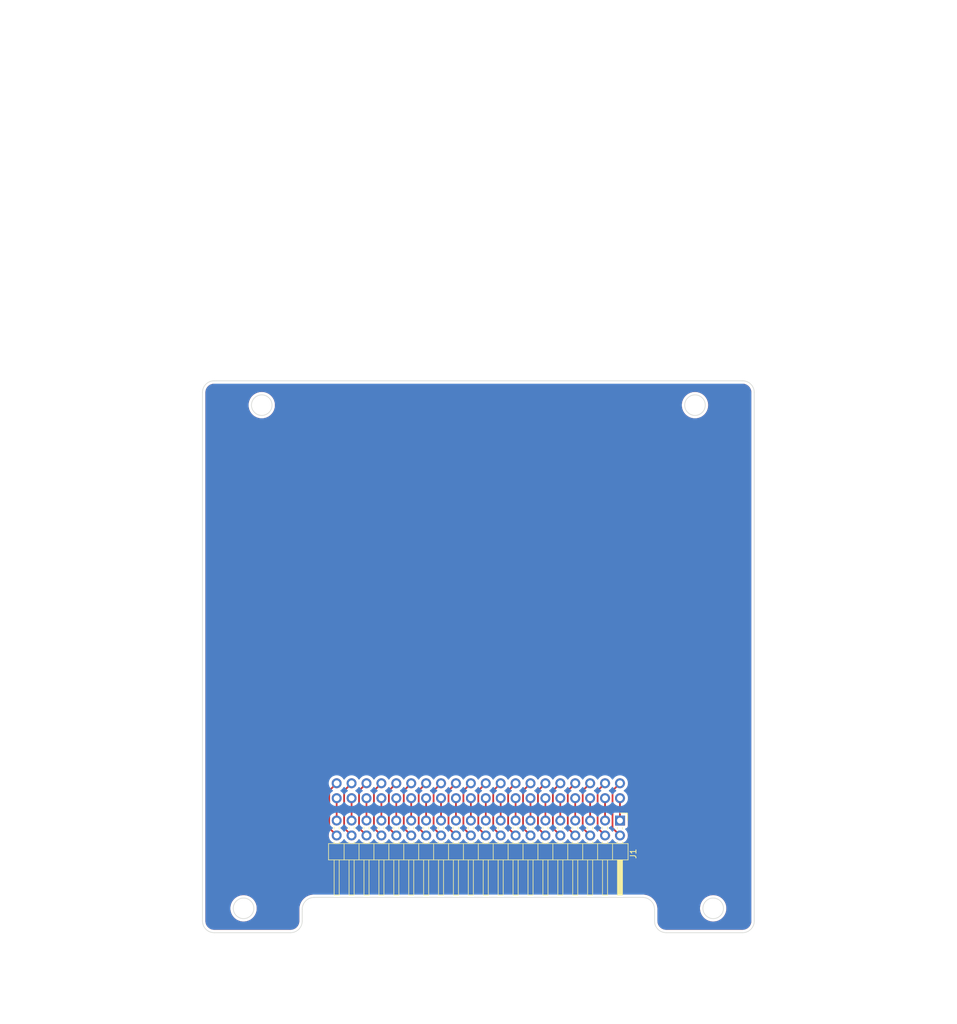
<source format=kicad_pcb>
(kicad_pcb (version 20241229) (generator "pcbnew") (generator_version "9.0")
  (layers (0 "F.Cu" signal) (2 "B.Cu" signal) (13 "F.Paste" user) (15 "B.Paste" user) (5 "F.SilkS" user "F.Silkscreen") (7 "B.SilkS" user "B.Silkscreen") (1 "F.Mask" user) (3 "B.Mask" user) (25 "Edge.Cuts" user))
  (net 0 "")
  (net 1 "unconnected-(J1-Pin_26-Pad26)")
  (net 2 "unconnected-(J1-Pin_18-Pad18)")
  (net 3 "unconnected-(J1-Pin_13-Pad13)")
  (net 4 "unconnected-(J1-Pin_14-Pad14)")
  (net 5 "unconnected-(J1-Pin_17-Pad17)")
  (net 6 "unconnected-(J1-Pin_38-Pad38)")
  (net 7 "unconnected-(J1-Pin_32-Pad32)")
  (net 8 "unconnected-(J1-Pin_33-Pad33)")
  (net 9 "unconnected-(J1-Pin_11-Pad11)")
  (net 10 "unconnected-(J1-Pin_1-Pad1)")
  (net 11 "unconnected-(J1-Pin_37-Pad37)")
  (net 12 "unconnected-(J1-Pin_6-Pad6)")
  (net 13 "unconnected-(J1-Pin_16-Pad16)")
  (net 14 "unconnected-(J1-Pin_28-Pad28)")
  (net 15 "unconnected-(J1-Pin_40-Pad40)")
  (net 16 "unconnected-(J1-Pin_31-Pad31)")
  (net 17 "unconnected-(J1-Pin_25-Pad25)")
  (net 18 "unconnected-(J1-Pin_20-Pad20)")
  (net 19 "unconnected-(J1-Pin_10-Pad10)")
  (net 20 "unconnected-(J1-Pin_12-Pad12)")
  (net 21 "unconnected-(J1-Pin_9-Pad9)")
  (net 22 "unconnected-(J1-Pin_35-Pad35)")
  (net 23 "unconnected-(J1-Pin_4-Pad4)")
  (net 24 "unconnected-(J1-Pin_36-Pad36)")
  (net 25 "unconnected-(J1-Pin_27-Pad27)")
  (net 26 "unconnected-(J1-Pin_5-Pad5)")
  (net 27 "unconnected-(J1-Pin_3-Pad3)")
  (net 28 "unconnected-(J1-Pin_8-Pad8)")
  (net 29 "unconnected-(J1-Pin_22-Pad22)")
  (net 30 "unconnected-(J1-Pin_21-Pad21)")
  (net 31 "unconnected-(J1-Pin_2-Pad2)")
  (net 32 "unconnected-(J1-Pin_23-Pad23)")
  (net 33 "unconnected-(J1-Pin_29-Pad29)")
  (net 34 "unconnected-(J1-Pin_34-Pad34)")
  (net 35 "unconnected-(J1-Pin_30-Pad30)")
  (net 36 "unconnected-(J1-Pin_15-Pad15)")
  (net 37 "unconnected-(J1-Pin_39-Pad39)")
  (net 38 "unconnected-(J1-Pin_7-Pad7)")
  (net 39 "unconnected-(J1-Pin_24-Pad24)")
  (net 40 "unconnected-(J1-Pin_19-Pad19)")
  (net 41 "gnd")
  (footprint "Connector_PinHeader_2.54mm:PinHeader_2x20_P2.54mm_Horizontal" (layer "F.Cu") (at 198.12 107.95 -90)
    (property "Reference" "J1" (at 5.655 -2.27 90) (layer "F.SilkS"))
    (property "Value" "Conn_02x20_Odd_Even")
    (fp_line (start 3.93 49.64) (end 6.69 49.64) (stroke (width 0.12)) (layer "F.SilkS"))
    (fp_line (start 6.69 49.64) (end 6.69 -1.38) (stroke (width 0.12)) (layer "F.SilkS"))
    (fp_line (start 1.077358 48.69) (end 1.462642 48.69) (stroke (width 0.12)) (layer "F.SilkS"))
    (fp_line (start 3.617358 48.69) (end 3.93 48.69) (stroke (width 0.12)) (layer "F.SilkS"))
    (fp_line (start 12.69 48.69) (end 6.69 48.69) (stroke (width 0.12)) (layer "F.SilkS"))
    (fp_line (start 1.077358 47.83) (end 1.462642 47.83) (stroke (width 0.12)) (layer "F.SilkS"))
    (fp_line (start 3.617358 47.83) (end 3.93 47.83) (stroke (width 0.12)) (layer "F.SilkS"))
    (fp_line (start 6.69 47.83) (end 12.69 47.83) (stroke (width 0.12)) (layer "F.SilkS"))
    (fp_line (start 12.69 47.83) (end 12.69 48.69) (stroke (width 0.12)) (layer "F.SilkS"))
    (fp_line (start 3.93 46.99) (end 6.69 46.99) (stroke (width 0.12)) (layer "F.SilkS"))
    (fp_line (start 1.077358 46.15) (end 1.462642 46.15) (stroke (width 0.12)) (layer "F.SilkS"))
    (fp_line (start 3.617358 46.15) (end 3.93 46.15) (stroke (width 0.12)) (layer "F.SilkS"))
    (fp_line (start 12.69 46.15) (end 6.69 46.15) (stroke (width 0.12)) (layer "F.SilkS"))
    (fp_line (start 1.077358 45.29) (end 1.462642 45.29) (stroke (width 0.12)) (layer "F.SilkS"))
    (fp_line (start 3.617358 45.29) (end 3.93 45.29) (stroke (width 0.12)) (layer "F.SilkS"))
    (fp_line (start 6.69 45.29) (end 12.69 45.29) (stroke (width 0.12)) (layer "F.SilkS"))
    (fp_line (start 12.69 45.29) (end 12.69 46.15) (stroke (width 0.12)) (layer "F.SilkS"))
    (fp_line (start 3.93 44.45) (end 6.69 44.45) (stroke (width 0.12)) (layer "F.SilkS"))
    (fp_line (start 1.077358 43.61) (end 1.462642 43.61) (stroke (width 0.12)) (layer "F.SilkS"))
    (fp_line (start 3.617358 43.61) (end 3.93 43.61) (stroke (width 0.12)) (layer "F.SilkS"))
    (fp_line (start 12.69 43.61) (end 6.69 43.61) (stroke (width 0.12)) (layer "F.SilkS"))
    (fp_line (start 1.077358 42.75) (end 1.462642 42.75) (stroke (width 0.12)) (layer "F.SilkS"))
    (fp_line (start 3.617358 42.75) (end 3.93 42.75) (stroke (width 0.12)) (layer "F.SilkS"))
    (fp_line (start 6.69 42.75) (end 12.69 42.75) (stroke (width 0.12)) (layer "F.SilkS"))
    (fp_line (start 12.69 42.75) (end 12.69 43.61) (stroke (width 0.12)) (layer "F.SilkS"))
    (fp_line (start 3.93 41.91) (end 6.69 41.91) (stroke (width 0.12)) (layer "F.SilkS"))
    (fp_line (start 1.077358 41.07) (end 1.462642 41.07) (stroke (width 0.12)) (layer "F.SilkS"))
    (fp_line (start 3.617358 41.07) (end 3.93 41.07) (stroke (width 0.12)) (layer "F.SilkS"))
    (fp_line (start 12.69 41.07) (end 6.69 41.07) (stroke (width 0.12)) (layer "F.SilkS"))
    (fp_line (start 1.077358 40.21) (end 1.462642 40.21) (stroke (width 0.12)) (layer "F.SilkS"))
    (fp_line (start 3.617358 40.21) (end 3.93 40.21) (stroke (width 0.12)) (layer "F.SilkS"))
    (fp_line (start 6.69 40.21) (end 12.69 40.21) (stroke (width 0.12)) (layer "F.SilkS"))
    (fp_line (start 12.69 40.21) (end 12.69 41.07) (stroke (width 0.12)) (layer "F.SilkS"))
    (fp_line (start 3.93 39.37) (end 6.69 39.37) (stroke (width 0.12)) (layer "F.SilkS"))
    (fp_line (start 1.077358 38.53) (end 1.462642 38.53) (stroke (width 0.12)) (layer "F.SilkS"))
    (fp_line (start 3.617358 38.53) (end 3.93 38.53) (stroke (width 0.12)) (layer "F.SilkS"))
    (fp_line (start 12.69 38.53) (end 6.69 38.53) (stroke (width 0.12)) (layer "F.SilkS"))
    (fp_line (start 1.077358 37.67) (end 1.462642 37.67) (stroke (width 0.12)) (layer "F.SilkS"))
    (fp_line (start 3.617358 37.67) (end 3.93 37.67) (stroke (width 0.12)) (layer "F.SilkS"))
    (fp_line (start 6.69 37.67) (end 12.69 37.67) (stroke (width 0.12)) (layer "F.SilkS"))
    (fp_line (start 12.69 37.67) (end 12.69 38.53) (stroke (width 0.12)) (layer "F.SilkS"))
    (fp_line (start 3.93 36.83) (end 6.69 36.83) (stroke (width 0.12)) (layer "F.SilkS"))
    (fp_line (start 1.077358 35.99) (end 1.462642 35.99) (stroke (width 0.12)) (layer "F.SilkS"))
    (fp_line (start 3.617358 35.99) (end 3.93 35.99) (stroke (width 0.12)) (layer "F.SilkS"))
    (fp_line (start 12.69 35.99) (end 6.69 35.99) (stroke (width 0.12)) (layer "F.SilkS"))
    (fp_line (start 1.077358 35.13) (end 1.462642 35.13) (stroke (width 0.12)) (layer "F.SilkS"))
    (fp_line (start 3.617358 35.13) (end 3.93 35.13) (stroke (width 0.12)) (layer "F.SilkS"))
    (fp_line (start 6.69 35.13) (end 12.69 35.13) (stroke (width 0.12)) (layer "F.SilkS"))
    (fp_line (start 12.69 35.13) (end 12.69 35.99) (stroke (width 0.12)) (layer "F.SilkS"))
    (fp_line (start 3.93 34.29) (end 6.69 34.29) (stroke (width 0.12)) (layer "F.SilkS"))
    (fp_line (start 1.077358 33.45) (end 1.462642 33.45) (stroke (width 0.12)) (layer "F.SilkS"))
    (fp_line (start 3.617358 33.45) (end 3.93 33.45) (stroke (width 0.12)) (layer "F.SilkS"))
    (fp_line (start 12.69 33.45) (end 6.69 33.45) (stroke (width 0.12)) (layer "F.SilkS"))
    (fp_line (start 1.077358 32.59) (end 1.462642 32.59) (stroke (width 0.12)) (layer "F.SilkS"))
    (fp_line (start 3.617358 32.59) (end 3.93 32.59) (stroke (width 0.12)) (layer "F.SilkS"))
    (fp_line (start 6.69 32.59) (end 12.69 32.59) (stroke (width 0.12)) (layer "F.SilkS"))
    (fp_line (start 12.69 32.59) (end 12.69 33.45) (stroke (width 0.12)) (layer "F.SilkS"))
    (fp_line (start 3.93 31.75) (end 6.69 31.75) (stroke (width 0.12)) (layer "F.SilkS"))
    (fp_line (start 1.077358 30.91) (end 1.462642 30.91) (stroke (width 0.12)) (layer "F.SilkS"))
    (fp_line (start 3.617358 30.91) (end 3.93 30.91) (stroke (width 0.12)) (layer "F.SilkS"))
    (fp_line (start 12.69 30.91) (end 6.69 30.91) (stroke (width 0.12)) (layer "F.SilkS"))
    (fp_line (start 1.077358 30.05) (end 1.462642 30.05) (stroke (width 0.12)) (layer "F.SilkS"))
    (fp_line (start 3.617358 30.05) (end 3.93 30.05) (stroke (width 0.12)) (layer "F.SilkS"))
    (fp_line (start 6.69 30.05) (end 12.69 30.05) (stroke (width 0.12)) (layer "F.SilkS"))
    (fp_line (start 12.69 30.05) (end 12.69 30.91) (stroke (width 0.12)) (layer "F.SilkS"))
    (fp_line (start 3.93 29.21) (end 6.69 29.21) (stroke (width 0.12)) (layer "F.SilkS"))
    (fp_line (start 1.077358 28.37) (end 1.462642 28.37) (stroke (width 0.12)) (layer "F.SilkS"))
    (fp_line (start 3.617358 28.37) (end 3.93 28.37) (stroke (width 0.12)) (layer "F.SilkS"))
    (fp_line (start 12.69 28.37) (end 6.69 28.37) (stroke (width 0.12)) (layer "F.SilkS"))
    (fp_line (start 1.077358 27.51) (end 1.462642 27.51) (stroke (width 0.12)) (layer "F.SilkS"))
    (fp_line (start 3.617358 27.51) (end 3.93 27.51) (stroke (width 0.12)) (layer "F.SilkS"))
    (fp_line (start 6.69 27.51) (end 12.69 27.51) (stroke (width 0.12)) (layer "F.SilkS"))
    (fp_line (start 12.69 27.51) (end 12.69 28.37) (stroke (width 0.12)) (layer "F.SilkS"))
    (fp_line (start 3.93 26.67) (end 6.69 26.67) (stroke (width 0.12)) (layer "F.SilkS"))
    (fp_line (start 1.077358 25.83) (end 1.462642 25.83) (stroke (width 0.12)) (layer "F.SilkS"))
    (fp_line (start 3.617358 25.83) (end 3.93 25.83) (stroke (width 0.12)) (layer "F.SilkS"))
    (fp_line (start 12.69 25.83) (end 6.69 25.83) (stroke (width 0.12)) (layer "F.SilkS"))
    (fp_line (start 1.077358 24.97) (end 1.462642 24.97) (stroke (width 0.12)) (layer "F.SilkS"))
    (fp_line (start 3.617358 24.97) (end 3.93 24.97) (stroke (width 0.12)) (layer "F.SilkS"))
    (fp_line (start 6.69 24.97) (end 12.69 24.97) (stroke (width 0.12)) (layer "F.SilkS"))
    (fp_line (start 12.69 24.97) (end 12.69 25.83) (stroke (width 0.12)) (layer "F.SilkS"))
    (fp_line (start 3.93 24.13) (end 6.69 24.13) (stroke (width 0.12)) (layer "F.SilkS"))
    (fp_line (start 1.077358 23.29) (end 1.462642 23.29) (stroke (width 0.12)) (layer "F.SilkS"))
    (fp_line (start 3.617358 23.29) (end 3.93 23.29) (stroke (width 0.12)) (layer "F.SilkS"))
    (fp_line (start 12.69 23.29) (end 6.69 23.29) (stroke (width 0.12)) (layer "F.SilkS"))
    (fp_line (start 1.077358 22.43) (end 1.462642 22.43) (stroke (width 0.12)) (layer "F.SilkS"))
    (fp_line (start 3.617358 22.43) (end 3.93 22.43) (stroke (width 0.12)) (layer "F.SilkS"))
    (fp_line (start 6.69 22.43) (end 12.69 22.43) (stroke (width 0.12)) (layer "F.SilkS"))
    (fp_line (start 12.69 22.43) (end 12.69 23.29) (stroke (width 0.12)) (layer "F.SilkS"))
    (fp_line (start 3.93 21.59) (end 6.69 21.59) (stroke (width 0.12)) (layer "F.SilkS"))
    (fp_line (start 1.077358 20.75) (end 1.462642 20.75) (stroke (width 0.12)) (layer "F.SilkS"))
    (fp_line (start 3.617358 20.75) (end 3.93 20.75) (stroke (width 0.12)) (layer "F.SilkS"))
    (fp_line (start 12.69 20.75) (end 6.69 20.75) (stroke (width 0.12)) (layer "F.SilkS"))
    (fp_line (start 1.077358 19.89) (end 1.462642 19.89) (stroke (width 0.12)) (layer "F.SilkS"))
    (fp_line (start 3.617358 19.89) (end 3.93 19.89) (stroke (width 0.12)) (layer "F.SilkS"))
    (fp_line (start 6.69 19.89) (end 12.69 19.89) (stroke (width 0.12)) (layer "F.SilkS"))
    (fp_line (start 12.69 19.89) (end 12.69 20.75) (stroke (width 0.12)) (layer "F.SilkS"))
    (fp_line (start 3.93 19.05) (end 6.69 19.05) (stroke (width 0.12)) (layer "F.SilkS"))
    (fp_line (start 1.077358 18.21) (end 1.462642 18.21) (stroke (width 0.12)) (layer "F.SilkS"))
    (fp_line (start 3.617358 18.21) (end 3.93 18.21) (stroke (width 0.12)) (layer "F.SilkS"))
    (fp_line (start 12.69 18.21) (end 6.69 18.21) (stroke (width 0.12)) (layer "F.SilkS"))
    (fp_line (start 1.077358 17.35) (end 1.462642 17.35) (stroke (width 0.12)) (layer "F.SilkS"))
    (fp_line (start 3.617358 17.35) (end 3.93 17.35) (stroke (width 0.12)) (layer "F.SilkS"))
    (fp_line (start 6.69 17.35) (end 12.69 17.35) (stroke (width 0.12)) (layer "F.SilkS"))
    (fp_line (start 12.69 17.35) (end 12.69 18.21) (stroke (width 0.12)) (layer "F.SilkS"))
    (fp_line (start 3.93 16.51) (end 6.69 16.51) (stroke (width 0.12)) (layer "F.SilkS"))
    (fp_line (start 1.077358 15.67) (end 1.462642 15.67) (stroke (width 0.12)) (layer "F.SilkS"))
    (fp_line (start 3.617358 15.67) (end 3.93 15.67) (stroke (width 0.12)) (layer "F.SilkS"))
    (fp_line (start 12.69 15.67) (end 6.69 15.67) (stroke (width 0.12)) (layer "F.SilkS"))
    (fp_line (start 1.077358 14.81) (end 1.462642 14.81) (stroke (width 0.12)) (layer "F.SilkS"))
    (fp_line (start 3.617358 14.81) (end 3.93 14.81) (stroke (width 0.12)) (layer "F.SilkS"))
    (fp_line (start 6.69 14.81) (end 12.69 14.81) (stroke (width 0.12)) (layer "F.SilkS"))
    (fp_line (start 12.69 14.81) (end 12.69 15.67) (stroke (width 0.12)) (layer "F.SilkS"))
    (fp_line (start 3.93 13.97) (end 6.69 13.97) (stroke (width 0.12)) (layer "F.SilkS"))
    (fp_line (start 1.077358 13.13) (end 1.462642 13.13) (stroke (width 0.12)) (layer "F.SilkS"))
    (fp_line (start 3.617358 13.13) (end 3.93 13.13) (stroke (width 0.12)) (layer "F.SilkS"))
    (fp_line (start 12.69 13.13) (end 6.69 13.13) (stroke (width 0.12)) (layer "F.SilkS"))
    (fp_line (start 1.077358 12.27) (end 1.462642 12.27) (stroke (width 0.12)) (layer "F.SilkS"))
    (fp_line (start 3.617358 12.27) (end 3.93 12.27) (stroke (width 0.12)) (layer "F.SilkS"))
    (fp_line (start 6.69 12.27) (end 12.69 12.27) (stroke (width 0.12)) (layer "F.SilkS"))
    (fp_line (start 12.69 12.27) (end 12.69 13.13) (stroke (width 0.12)) (layer "F.SilkS"))
    (fp_line (start 3.93 11.43) (end 6.69 11.43) (stroke (width 0.12)) (layer "F.SilkS"))
    (fp_line (start 1.077358 10.59) (end 1.462642 10.59) (stroke (width 0.12)) (layer "F.SilkS"))
    (fp_line (start 3.617358 10.59) (end 3.93 10.59) (stroke (width 0.12)) (layer "F.SilkS"))
    (fp_line (start 12.69 10.59) (end 6.69 10.59) (stroke (width 0.12)) (layer "F.SilkS"))
    (fp_line (start 1.077358 9.73) (end 1.462642 9.73) (stroke (width 0.12)) (layer "F.SilkS"))
    (fp_line (start 3.617358 9.73) (end 3.93 9.73) (stroke (width 0.12)) (layer "F.SilkS"))
    (fp_line (start 6.69 9.73) (end 12.69 9.73) (stroke (width 0.12)) (layer "F.SilkS"))
    (fp_line (start 12.69 9.73) (end 12.69 10.59) (stroke (width 0.12)) (layer "F.SilkS"))
    (fp_line (start 3.93 8.89) (end 6.69 8.89) (stroke (width 0.12)) (layer "F.SilkS"))
    (fp_line (start 1.077358 8.05) (end 1.462642 8.05) (stroke (width 0.12)) (layer "F.SilkS"))
    (fp_line (start 3.617358 8.05) (end 3.93 8.05) (stroke (width 0.12)) (layer "F.SilkS"))
    (fp_line (start 12.69 8.05) (end 6.69 8.05) (stroke (width 0.12)) (layer "F.SilkS"))
    (fp_line (start 1.077358 7.19) (end 1.462642 7.19) (stroke (width 0.12)) (layer "F.SilkS"))
    (fp_line (start 3.617358 7.19) (end 3.93 7.19) (stroke (width 0.12)) (layer "F.SilkS"))
    (fp_line (start 6.69 7.19) (end 12.69 7.19) (stroke (width 0.12)) (layer "F.SilkS"))
    (fp_line (start 12.69 7.19) (end 12.69 8.05) (stroke (width 0.12)) (layer "F.SilkS"))
    (fp_line (start 3.93 6.35) (end 6.69 6.35) (stroke (width 0.12)) (layer "F.SilkS"))
    (fp_line (start 1.077358 5.51) (end 1.462642 5.51) (stroke (width 0.12)) (layer "F.SilkS"))
    (fp_line (start 3.617358 5.51) (end 3.93 5.51) (stroke (width 0.12)) (layer "F.SilkS"))
    (fp_line (start 12.69 5.51) (end 6.69 5.51) (stroke (width 0.12)) (layer "F.SilkS"))
    (fp_line (start 1.077358 4.65) (end 1.462642 4.65) (stroke (width 0.12)) (layer "F.SilkS"))
    (fp_line (start 3.617358 4.65) (end 3.93 4.65) (stroke (width 0.12)) (layer "F.SilkS"))
    (fp_line (start 6.69 4.65) (end 12.69 4.65) (stroke (width 0.12)) (layer "F.SilkS"))
    (fp_line (start 12.69 4.65) (end 12.69 5.51) (stroke (width 0.12)) (layer "F.SilkS"))
    (fp_line (start 3.93 3.81) (end 6.69 3.81) (stroke (width 0.12)) (layer "F.SilkS"))
    (fp_line (start 1.077358 2.97) (end 1.462642 2.97) (stroke (width 0.12)) (layer "F.SilkS"))
    (fp_line (start 3.617358 2.97) (end 3.93 2.97) (stroke (width 0.12)) (layer "F.SilkS"))
    (fp_line (start 12.69 2.97) (end 6.69 2.97) (stroke (width 0.12)) (layer "F.SilkS"))
    (fp_line (start 1.077358 2.11) (end 1.462642 2.11) (stroke (width 0.12)) (layer "F.SilkS"))
    (fp_line (start 3.617358 2.11) (end 3.93 2.11) (stroke (width 0.12)) (layer "F.SilkS"))
    (fp_line (start 6.69 2.11) (end 12.69 2.11) (stroke (width 0.12)) (layer "F.SilkS"))
    (fp_line (start 12.69 2.11) (end 12.69 2.97) (stroke (width 0.12)) (layer "F.SilkS"))
    (fp_line (start 3.93 1.27) (end 6.69 1.27) (stroke (width 0.12)) (layer "F.SilkS"))
    (fp_line (start 1.16 0.43) (end 1.462642 0.43) (stroke (width 0.12)) (layer "F.SilkS"))
    (fp_line (start 3.617358 0.43) (end 3.93 0.43) (stroke (width 0.12)) (layer "F.SilkS"))
    (fp_line (start -1.27 0) (end -1.27 -1.27) (stroke (width 0.12)) (layer "F.SilkS"))
    (fp_line (start 1.16 -0.43) (end 1.462642 -0.43) (stroke (width 0.12)) (layer "F.SilkS"))
    (fp_line (start 3.617358 -0.43) (end 3.93 -0.43) (stroke (width 0.12)) (layer "F.SilkS"))
    (fp_line (start -1.27 -1.27) (end 0 -1.27) (stroke (width 0.12)) (layer "F.SilkS"))
    (fp_line (start 3.93 -1.38) (end 3.93 49.64) (stroke (width 0.12)) (layer "F.SilkS"))
    (fp_line (start 6.69 -1.38) (end 3.93 -1.38) (stroke (width 0.12)) (layer "F.SilkS"))
    (fp_rect (start 6.69 -0.43) (end 12.69 0.43) (stroke (width 0.12)) (fill yes) (layer "F.SilkS"))
    (pad "1" thru_hole rect (at 0 0 270) (size 1.7 1.7) (drill 1) (layers "*.Cu" "*.Mask") (net 10 "unconnected-(J1-Pin_1-Pad1)"))
    (pad "2" thru_hole circle (at 2.54 0 270) (size 1.7 1.7) (drill 1) (layers "*.Cu" "*.Mask") (net 31 "unconnected-(J1-Pin_2-Pad2)"))
    (pad "3" thru_hole circle (at 0 2.54 270) (size 1.7 1.7) (drill 1) (layers "*.Cu" "*.Mask") (net 27 "unconnected-(J1-Pin_3-Pad3)"))
    (pad "4" thru_hole circle (at 2.54 2.54 270) (size 1.7 1.7) (drill 1) (layers "*.Cu" "*.Mask") (net 23 "unconnected-(J1-Pin_4-Pad4)"))
    (pad "5" thru_hole circle (at 0 5.08 270) (size 1.7 1.7) (drill 1) (layers "*.Cu" "*.Mask") (net 26 "unconnected-(J1-Pin_5-Pad5)"))
    (pad "6" thru_hole circle (at 2.54 5.08 270) (size 1.7 1.7) (drill 1) (layers "*.Cu" "*.Mask") (net 12 "unconnected-(J1-Pin_6-Pad6)"))
    (pad "7" thru_hole circle (at 0 7.62 270) (size 1.7 1.7) (drill 1) (layers "*.Cu" "*.Mask") (net 38 "unconnected-(J1-Pin_7-Pad7)"))
    (pad "8" thru_hole circle (at 2.54 7.62 270) (size 1.7 1.7) (drill 1) (layers "*.Cu" "*.Mask") (net 28 "unconnected-(J1-Pin_8-Pad8)"))
    (pad "9" thru_hole circle (at 0 10.16 270) (size 1.7 1.7) (drill 1) (layers "*.Cu" "*.Mask") (net 21 "unconnected-(J1-Pin_9-Pad9)"))
    (pad "10" thru_hole circle (at 2.54 10.16 270) (size 1.7 1.7) (drill 1) (layers "*.Cu" "*.Mask") (net 19 "unconnected-(J1-Pin_10-Pad10)"))
    (pad "11" thru_hole circle (at 0 12.7 270) (size 1.7 1.7) (drill 1) (layers "*.Cu" "*.Mask") (net 9 "unconnected-(J1-Pin_11-Pad11)"))
    (pad "12" thru_hole circle (at 2.54 12.7 270) (size 1.7 1.7) (drill 1) (layers "*.Cu" "*.Mask") (net 20 "unconnected-(J1-Pin_12-Pad12)"))
    (pad "13" thru_hole circle (at 0 15.24 270) (size 1.7 1.7) (drill 1) (layers "*.Cu" "*.Mask") (net 3 "unconnected-(J1-Pin_13-Pad13)"))
    (pad "14" thru_hole circle (at 2.54 15.24 270) (size 1.7 1.7) (drill 1) (layers "*.Cu" "*.Mask") (net 4 "unconnected-(J1-Pin_14-Pad14)"))
    (pad "15" thru_hole circle (at 0 17.78 270) (size 1.7 1.7) (drill 1) (layers "*.Cu" "*.Mask") (net 36 "unconnected-(J1-Pin_15-Pad15)"))
    (pad "16" thru_hole circle (at 2.54 17.78 270) (size 1.7 1.7) (drill 1) (layers "*.Cu" "*.Mask") (net 13 "unconnected-(J1-Pin_16-Pad16)"))
    (pad "17" thru_hole circle (at 0 20.32 270) (size 1.7 1.7) (drill 1) (layers "*.Cu" "*.Mask") (net 5 "unconnected-(J1-Pin_17-Pad17)"))
    (pad "18" thru_hole circle (at 2.54 20.32 270) (size 1.7 1.7) (drill 1) (layers "*.Cu" "*.Mask") (net 2 "unconnected-(J1-Pin_18-Pad18)"))
    (pad "19" thru_hole circle (at 0 22.86 270) (size 1.7 1.7) (drill 1) (layers "*.Cu" "*.Mask") (net 40 "unconnected-(J1-Pin_19-Pad19)"))
    (pad "20" thru_hole circle (at 2.54 22.86 270) (size 1.7 1.7) (drill 1) (layers "*.Cu" "*.Mask") (net 18 "unconnected-(J1-Pin_20-Pad20)"))
    (pad "21" thru_hole circle (at 0 25.4 270) (size 1.7 1.7) (drill 1) (layers "*.Cu" "*.Mask") (net 30 "unconnected-(J1-Pin_21-Pad21)"))
    (pad "22" thru_hole circle (at 2.54 25.4 270) (size 1.7 1.7) (drill 1) (layers "*.Cu" "*.Mask") (net 29 "unconnected-(J1-Pin_22-Pad22)"))
    (pad "23" thru_hole circle (at 0 27.94 270) (size 1.7 1.7) (drill 1) (layers "*.Cu" "*.Mask") (net 32 "unconnected-(J1-Pin_23-Pad23)"))
    (pad "24" thru_hole circle (at 2.54 27.94 270) (size 1.7 1.7) (drill 1) (layers "*.Cu" "*.Mask") (net 39 "unconnected-(J1-Pin_24-Pad24)"))
    (pad "25" thru_hole circle (at 0 30.48 270) (size 1.7 1.7) (drill 1) (layers "*.Cu" "*.Mask") (net 17 "unconnected-(J1-Pin_25-Pad25)"))
    (pad "26" thru_hole circle (at 2.54 30.48 270) (size 1.7 1.7) (drill 1) (layers "*.Cu" "*.Mask") (net 1 "unconnected-(J1-Pin_26-Pad26)"))
    (pad "27" thru_hole circle (at 0 33.02 270) (size 1.7 1.7) (drill 1) (layers "*.Cu" "*.Mask") (net 25 "unconnected-(J1-Pin_27-Pad27)"))
    (pad "28" thru_hole circle (at 2.54 33.02 270) (size 1.7 1.7) (drill 1) (layers "*.Cu" "*.Mask") (net 14 "unconnected-(J1-Pin_28-Pad28)"))
    (pad "29" thru_hole circle (at 0 35.56 270) (size 1.7 1.7) (drill 1) (layers "*.Cu" "*.Mask") (net 33 "unconnected-(J1-Pin_29-Pad29)"))
    (pad "30" thru_hole circle (at 2.54 35.56 270) (size 1.7 1.7) (drill 1) (layers "*.Cu" "*.Mask") (net 35 "unconnected-(J1-Pin_30-Pad30)"))
    (pad "31" thru_hole circle (at 0 38.1 270) (size 1.7 1.7) (drill 1) (layers "*.Cu" "*.Mask") (net 16 "unconnected-(J1-Pin_31-Pad31)"))
    (pad "32" thru_hole circle (at 2.54 38.1 270) (size 1.7 1.7) (drill 1) (layers "*.Cu" "*.Mask") (net 7 "unconnected-(J1-Pin_32-Pad32)"))
    (pad "33" thru_hole circle (at 0 40.64 270) (size 1.7 1.7) (drill 1) (layers "*.Cu" "*.Mask") (net 8 "unconnected-(J1-Pin_33-Pad33)"))
    (pad "34" thru_hole circle (at 2.54 40.64 270) (size 1.7 1.7) (drill 1) (layers "*.Cu" "*.Mask") (net 34 "unconnected-(J1-Pin_34-Pad34)"))
    (pad "35" thru_hole circle (at 0 43.18 270) (size 1.7 1.7) (drill 1) (layers "*.Cu" "*.Mask") (net 22 "unconnected-(J1-Pin_35-Pad35)"))
    (pad "36" thru_hole circle (at 2.54 43.18 270) (size 1.7 1.7) (drill 1) (layers "*.Cu" "*.Mask") (net 24 "unconnected-(J1-Pin_36-Pad36)"))
    (pad "37" thru_hole circle (at 0 45.72 270) (size 1.7 1.7) (drill 1) (layers "*.Cu" "*.Mask") (net 11 "unconnected-(J1-Pin_37-Pad37)"))
    (pad "38" thru_hole circle (at 2.54 45.72 270) (size 1.7 1.7) (drill 1) (layers "*.Cu" "*.Mask") (net 6 "unconnected-(J1-Pin_38-Pad38)"))
    (pad "39" thru_hole circle (at 0 48.26 270) (size 1.7 1.7) (drill 1) (layers "*.Cu" "*.Mask") (net 37 "unconnected-(J1-Pin_39-Pad39)"))
    (pad "40" thru_hole circle (at 2.54 48.26 270) (size 1.7 1.7) (drill 1) (layers "*.Cu" "*.Mask") (net 15 "unconnected-(J1-Pin_40-Pad40)"))
  )
  (gr_arc (start 144 125.052) (mid 143.414214 126.466214) (end 142 127.052) (stroke (width 0.1)) (layer "Edge.Cuts"))
  (gr_arc (start 129 127.052) (mid 127.585786 126.466214) (end 127 125.052) (stroke (width 0.1)) (layer "Edge.Cuts"))
  (gr_arc (start 219 33.052) (mid 220.414214 33.637786) (end 221 35.052) (stroke (width 0.1)) (layer "Edge.Cuts"))
  (gr_line (start 144 123.052) (end 144 125.052) (stroke (width 0.1)) (layer "Edge.Cuts"))
  (gr_line (start 204 123.052) (end 204 125.052) (stroke (width 0.1)) (layer "Edge.Cuts"))
  (gr_arc (start 127 35.052) (mid 127.585786 33.637786) (end 129 33.052) (stroke (width 0.1)) (layer "Edge.Cuts"))
  (gr_circle (center 210.9 37.202) (end 212.65 37.202) (stroke (width 0.1)) (fill no) (layer "Edge.Cuts"))
  (gr_line (start 174 121.052) (end 202 121.052) (stroke (width 0.1)) (layer "Edge.Cuts"))
  (gr_line (start 206 127.052) (end 219 127.052) (stroke (width 0.1)) (layer "Edge.Cuts"))
  (gr_line (start 219 33.052) (end 129 33.052) (stroke (width 0.1)) (layer "Edge.Cuts"))
  (gr_circle (center 214 122.902) (end 215.75 122.902) (stroke (width 0.1)) (fill no) (layer "Edge.Cuts"))
  (gr_circle (center 137.1 37.202) (end 138.85 37.202) (stroke (width 0.1)) (fill no) (layer "Edge.Cuts"))
  (gr_line (start 174 121.052) (end 146 121.052) (stroke (width 0.1)) (layer "Edge.Cuts"))
  (gr_line (start 129 127.052) (end 142 127.052) (stroke (width 0.1)) (layer "Edge.Cuts"))
  (gr_line (start 127 35.052) (end 127 125.052) (stroke (width 0.1)) (layer "Edge.Cuts"))
  (gr_arc (start 206 127.052) (mid 204.585786 126.466214) (end 204 125.052) (stroke (width 0.1)) (layer "Edge.Cuts"))
  (gr_circle (center 134 122.902) (end 135.75 122.902) (stroke (width 0.1)) (fill no) (layer "Edge.Cuts"))
  (gr_arc (start 144 123.052) (mid 144.585786 121.637786) (end 146 121.052) (stroke (width 0.1)) (layer "Edge.Cuts"))
  (gr_arc (start 202 121.052) (mid 203.414214 121.637786) (end 204 123.052) (stroke (width 0.1)) (layer "Edge.Cuts"))
  (gr_arc (start 221 125.052) (mid 220.414214 126.466214) (end 219 127.052) (stroke (width 0.1)) (layer "Edge.Cuts"))
  (gr_line (start 221 125.052) (end 221 35.052) (stroke (width 0.1)) (layer "Edge.Cuts"))
  (segment (start 166.37 102.87) (end 167.64 101.6) (width 0.3) (layer "F.Cu") (net 1))
  (segment (start 167.64 110.49) (end 166.37 109.22) (width 0.3) (layer "F.Cu") (net 1))
  (segment (start 166.37 109.22) (end 166.37 102.87) (width 0.3) (layer "F.Cu") (net 1))
  (via (at 167.64 101.6) (size 1.7) (drill 1) (layers "F.Cu" "B.Cu") (net 1))
  (segment (start 177.8 101.6) (end 176.53 102.87) (width 0.3) (layer "F.Cu") (net 2))
  (segment (start 176.53 109.22) (end 177.8 110.49) (width 0.3) (layer "F.Cu") (net 2))
  (segment (start 176.53 102.87) (end 176.53 109.22) (width 0.3) (layer "F.Cu") (net 2))
  (via (at 177.8 101.6) (size 1.7) (drill 1) (layers "F.Cu" "B.Cu") (net 2))
  (segment (start 182.88 107.95) (end 182.88 104.14) (width 0.3) (layer "F.Cu") (net 3))
  (via (at 182.88 104.14) (size 1.7) (drill 1) (layers "F.Cu" "B.Cu") (net 3))
  (segment (start 181.61 109.22) (end 182.88 110.49) (width 0.3) (layer "F.Cu") (net 4))
  (segment (start 182.88 101.6) (end 181.61 102.87) (width 0.3) (layer "F.Cu") (net 4))
  (segment (start 181.61 102.87) (end 181.61 109.22) (width 0.3) (layer "F.Cu") (net 4))
  (via (at 182.88 101.6) (size 1.7) (drill 1) (layers "F.Cu" "B.Cu") (net 4))
  (segment (start 177.8 107.95) (end 177.8 104.14) (width 0.3) (layer "F.Cu") (net 5))
  (via (at 177.8 104.14) (size 1.7) (drill 1) (layers "F.Cu" "B.Cu") (net 5))
  (segment (start 152.4 110.49) (end 151.13 109.22) (width 0.3) (layer "F.Cu") (net 6))
  (segment (start 151.13 109.22) (end 151.13 102.87) (width 0.3) (layer "F.Cu") (net 6))
  (segment (start 151.13 102.87) (end 152.4 101.6) (width 0.3) (layer "F.Cu") (net 6))
  (via (at 152.4 101.6) (size 1.7) (drill 1) (layers "F.Cu" "B.Cu") (net 6))
  (segment (start 158.75 102.87) (end 158.75 109.22) (width 0.3) (layer "F.Cu") (net 7))
  (segment (start 158.75 109.22) (end 160.02 110.49) (width 0.3) (layer "F.Cu") (net 7))
  (segment (start 160.02 101.6) (end 158.75 102.87) (width 0.3) (layer "F.Cu") (net 7))
  (via (at 160.02 101.6) (size 1.7) (drill 1) (layers "F.Cu" "B.Cu") (net 7))
  (segment (start 157.48 107.95) (end 157.48 104.14) (width 0.3) (layer "F.Cu") (net 8))
  (via (at 157.48 104.14) (size 1.7) (drill 1) (layers "F.Cu" "B.Cu") (net 8))
  (segment (start 185.42 107.95) (end 185.42 104.14) (width 0.3) (layer "F.Cu") (net 9))
  (via (at 185.42 104.14) (size 1.7) (drill 1) (layers "F.Cu" "B.Cu") (net 9))
  (segment (start 198.12 107.95) (end 198.12 104.14) (width 0.3) (layer "F.Cu") (net 10))
  (via (at 198.12 104.14) (size 1.7) (drill 1) (layers "F.Cu" "B.Cu") (net 10))
  (segment (start 152.4 107.95) (end 152.4 104.14) (width 0.3) (layer "F.Cu") (net 11))
  (via (at 152.4 104.14) (size 1.7) (drill 1) (layers "F.Cu" "B.Cu") (net 11))
  (segment (start 191.77 109.22) (end 193.04 110.49) (width 0.3) (layer "F.Cu") (net 12))
  (segment (start 193.04 101.6) (end 191.77 102.87) (width 0.3) (layer "F.Cu") (net 12))
  (segment (start 191.77 102.87) (end 191.77 109.22) (width 0.3) (layer "F.Cu") (net 12))
  (via (at 193.04 101.6) (size 1.7) (drill 1) (layers "F.Cu" "B.Cu") (net 12))
  (segment (start 180.34 101.6) (end 179.07 102.87) (width 0.3) (layer "F.Cu") (net 13))
  (segment (start 179.07 109.22) (end 180.34 110.49) (width 0.3) (layer "F.Cu") (net 13))
  (segment (start 179.07 102.87) (end 179.07 109.22) (width 0.3) (layer "F.Cu") (net 13))
  (via (at 180.34 101.6) (size 1.7) (drill 1) (layers "F.Cu" "B.Cu") (net 13))
  (segment (start 163.83 109.22) (end 165.1 110.49) (width 0.3) (layer "F.Cu") (net 14))
  (segment (start 165.1 101.6) (end 163.83 102.87) (width 0.3) (layer "F.Cu") (net 14))
  (segment (start 163.83 102.87) (end 163.83 109.22) (width 0.3) (layer "F.Cu") (net 14))
  (via (at 165.1 101.6) (size 1.7) (drill 1) (layers "F.Cu" "B.Cu") (net 14))
  (segment (start 148.59 109.22) (end 148.59 102.87) (width 0.3) (layer "F.Cu") (net 15))
  (segment (start 148.59 102.87) (end 149.86 101.6) (width 0.3) (layer "F.Cu") (net 15))
  (segment (start 149.86 110.49) (end 148.59 109.22) (width 0.3) (layer "F.Cu") (net 15))
  (via (at 149.86 101.6) (size 1.7) (drill 1) (layers "F.Cu" "B.Cu") (net 15))
  (segment (start 160.02 107.95) (end 160.02 104.14) (width 0.3) (layer "F.Cu") (net 16))
  (via (at 160.02 104.14) (size 1.7) (drill 1) (layers "F.Cu" "B.Cu") (net 16))
  (segment (start 167.64 107.95) (end 167.64 104.14) (width 0.3) (layer "F.Cu") (net 17))
  (via (at 167.64 104.14) (size 1.7) (drill 1) (layers "F.Cu" "B.Cu") (net 17))
  (segment (start 173.99 109.22) (end 175.26 110.49) (width 0.3) (layer "F.Cu") (net 18))
  (segment (start 173.99 102.87) (end 173.99 109.22) (width 0.3) (layer "F.Cu") (net 18))
  (segment (start 175.26 101.6) (end 173.99 102.87) (width 0.3) (layer "F.Cu") (net 18))
  (via (at 175.26 101.6) (size 1.7) (drill 1) (layers "F.Cu" "B.Cu") (net 18))
  (segment (start 186.69 109.22) (end 187.96 110.49) (width 0.3) (layer "F.Cu") (net 19))
  (segment (start 187.96 101.6) (end 186.69 102.87) (width 0.3) (layer "F.Cu") (net 19))
  (segment (start 186.69 102.87) (end 186.69 109.22) (width 0.3) (layer "F.Cu") (net 19))
  (via (at 187.96 101.6) (size 1.7) (drill 1) (layers "F.Cu" "B.Cu") (net 19))
  (segment (start 184.15 102.87) (end 184.15 109.22) (width 0.3) (layer "F.Cu") (net 20))
  (segment (start 185.42 101.6) (end 184.15 102.87) (width 0.3) (layer "F.Cu") (net 20))
  (segment (start 184.15 109.22) (end 185.42 110.49) (width 0.3) (layer "F.Cu") (net 20))
  (via (at 185.42 101.6) (size 1.7) (drill 1) (layers "F.Cu" "B.Cu") (net 20))
  (segment (start 187.96 107.95) (end 187.96 104.14) (width 0.3) (layer "F.Cu") (net 21))
  (via (at 187.96 104.14) (size 1.7) (drill 1) (layers "F.Cu" "B.Cu") (net 21))
  (segment (start 154.94 107.95) (end 154.94 104.14) (width 0.3) (layer "F.Cu") (net 22))
  (via (at 154.94 104.14) (size 1.7) (drill 1) (layers "F.Cu" "B.Cu") (net 22))
  (segment (start 194.31 102.87) (end 194.31 109.22) (width 0.3) (layer "F.Cu") (net 23))
  (segment (start 194.31 109.22) (end 195.58 110.49) (width 0.3) (layer "F.Cu") (net 23))
  (segment (start 195.58 101.6) (end 194.31 102.87) (width 0.3) (layer "F.Cu") (net 23))
  (via (at 195.58 101.6) (size 1.7) (drill 1) (layers "F.Cu" "B.Cu") (net 23))
  (segment (start 153.67 102.87) (end 154.94 101.6) (width 0.3) (layer "F.Cu") (net 24))
  (segment (start 154.94 110.49) (end 153.67 109.22) (width 0.3) (layer "F.Cu") (net 24))
  (segment (start 153.67 109.22) (end 153.67 102.87) (width 0.3) (layer "F.Cu") (net 24))
  (via (at 154.94 101.6) (size 1.7) (drill 1) (layers "F.Cu" "B.Cu") (net 24))
  (segment (start 165.1 107.95) (end 165.1 104.14) (width 0.3) (layer "F.Cu") (net 25))
  (via (at 165.1 104.14) (size 1.7) (drill 1) (layers "F.Cu" "B.Cu") (net 25))
  (segment (start 193.04 107.95) (end 193.04 104.14) (width 0.3) (layer "F.Cu") (net 26))
  (via (at 193.04 104.14) (size 1.7) (drill 1) (layers "F.Cu" "B.Cu") (net 26))
  (segment (start 195.58 107.95) (end 195.58 104.14) (width 0.3) (layer "F.Cu") (net 27))
  (via (at 195.58 104.14) (size 1.7) (drill 1) (layers "F.Cu" "B.Cu") (net 27))
  (segment (start 190.5 101.6) (end 189.23 102.87) (width 0.3) (layer "F.Cu") (net 28))
  (segment (start 189.23 109.22) (end 190.5 110.49) (width 0.3) (layer "F.Cu") (net 28))
  (segment (start 189.23 102.87) (end 189.23 109.22) (width 0.3) (layer "F.Cu") (net 28))
  (via (at 190.5 101.6) (size 1.7) (drill 1) (layers "F.Cu" "B.Cu") (net 28))
  (segment (start 172.72 101.6) (end 171.45 102.87) (width 0.3) (layer "F.Cu") (net 29))
  (segment (start 171.45 109.22) (end 171.45 102.87) (width 0.3) (layer "F.Cu") (net 29))
  (segment (start 172.72 110.49) (end 171.45 109.22) (width 0.3) (layer "F.Cu") (net 29))
  (via (at 172.72 101.6) (size 1.7) (drill 1) (layers "F.Cu" "B.Cu") (net 29))
  (segment (start 172.72 104.14) (end 172.72 107.95) (width 0.3) (layer "F.Cu") (net 30))
  (via (at 172.72 104.14) (size 1.7) (drill 1) (layers "F.Cu" "B.Cu") (net 30))
  (segment (start 198.12 101.6) (end 196.85 102.87) (width 0.3) (layer "F.Cu") (net 31))
  (segment (start 196.85 109.22) (end 198.12 110.49) (width 0.3) (layer "F.Cu") (net 31))
  (segment (start 196.85 102.87) (end 196.85 109.22) (width 0.3) (layer "F.Cu") (net 31))
  (via (at 198.12 101.6) (size 1.7) (drill 1) (layers "F.Cu" "B.Cu") (net 31))
  (segment (start 170.18 107.95) (end 170.18 104.14) (width 0.3) (layer "F.Cu") (net 32))
  (via (at 170.18 104.14) (size 1.7) (drill 1) (layers "F.Cu" "B.Cu") (net 32))
  (segment (start 162.56 107.95) (end 162.56 104.14) (width 0.3) (layer "F.Cu") (net 33))
  (via (at 162.56 104.14) (size 1.7) (drill 1) (layers "F.Cu" "B.Cu") (net 33))
  (segment (start 156.21 109.22) (end 157.48 110.49) (width 0.3) (layer "F.Cu") (net 34))
  (segment (start 157.48 101.6) (end 156.21 102.87) (width 0.3) (layer "F.Cu") (net 34))
  (segment (start 156.21 102.87) (end 156.21 109.22) (width 0.3) (layer "F.Cu") (net 34))
  (via (at 157.48 101.6) (size 1.7) (drill 1) (layers "F.Cu" "B.Cu") (net 34))
  (segment (start 162.56 101.6) (end 161.29 102.87) (width 0.3) (layer "F.Cu") (net 35))
  (segment (start 161.29 102.87) (end 161.29 109.22) (width 0.3) (layer "F.Cu") (net 35))
  (segment (start 161.29 109.22) (end 162.56 110.49) (width 0.3) (layer "F.Cu") (net 35))
  (via (at 162.56 101.6) (size 1.7) (drill 1) (layers "F.Cu" "B.Cu") (net 35))
  (segment (start 180.34 107.95) (end 180.34 104.14) (width 0.3) (layer "F.Cu") (net 36))
  (via (at 180.34 104.14) (size 1.7) (drill 1) (layers "F.Cu" "B.Cu") (net 36))
  (segment (start 149.86 107.95) (end 149.86 104.14) (width 0.3) (layer "F.Cu") (net 37))
  (via (at 149.86 104.14) (size 1.7) (drill 1) (layers "F.Cu" "B.Cu") (net 37))
  (segment (start 190.5 107.95) (end 190.5 104.14) (width 0.3) (layer "F.Cu") (net 38))
  (via (at 190.5 104.14) (size 1.7) (drill 1) (layers "F.Cu" "B.Cu") (net 38))
  (segment (start 170.18 101.6) (end 168.91 102.87) (width 0.3) (layer "F.Cu") (net 39))
  (segment (start 168.91 102.87) (end 168.91 109.22) (width 0.3) (layer "F.Cu") (net 39))
  (segment (start 168.91 109.22) (end 170.18 110.49) (width 0.3) (layer "F.Cu") (net 39))
  (via (at 170.18 101.6) (size 1.7) (drill 1) (layers "F.Cu" "B.Cu") (net 39))
  (segment (start 175.26 104.14) (end 175.26 107.95) (width 0.3) (layer "F.Cu") (net 40))
  (via (at 175.26 104.14) (size 1.7) (drill 1) (layers "F.Cu" "B.Cu") (net 40))
  (zone (net 0) (net_name "") (layer "F.Cu") (name "face") (connect_pads (clearance 0)) (min_thickness 0.25)
    (keepout (tracks allowed) (vias allowed) (pads allowed) (copperpour not_allowed) (footprints allowed))
    (fill (thermal_gap 0.5) (thermal_bridge_width 0.5))
    (polygon (pts (xy 201.93 115.57) (xy 204.47 118.11) (xy 217.17 118.11) (xy 219.71 115.57) (xy 219.71 82.563331) (xy 219.71 82.556666) (xy 217.17 80.01) (xy 219.71 77.476666) (xy 219.71 77.483331) (xy 219.71 44.45) (xy 217.193579 41.91) (xy 207.01 41.91) (xy 204.47 39.37) (xy 204.47 34.29) (xy 176.553579 34.29) (xy 173.99 36.83) (xy 171.473579 34.29) (xy 143.51 34.29) (xy 143.51 39.37) (xy 140.993579 41.91) (xy 130.81 41.91) (xy 128.27 44.463331) (xy 128.27 77.483331) (xy 130.81 80.01) (xy 128.27 82.563331) (xy 128.27 115.583331) (xy 130.81 118.11) (xy 130.833579 118.11) (xy 143.533579 118.11) (xy 143.51 118.11) (xy 146.05 115.583331) (xy 146.05 111.76) (xy 146.05 106.68) (xy 147.32 105.41) (xy 148.59 105.41) (xy 148.59 111.76) (xy 199.39 111.76) (xy 199.39 105.41) (xy 201.93 105.41)))
  )
  (zone (net 41) (net_name "gnd") (layers "F.Cu" "B.Cu") (connect_pads (clearance 0.5)) (min_thickness 0.25) (fill yes (thermal_gap 0.5) (thermal_bridge_width 0.5) (island_removal_mode 2) (island_area_min 10))
    (polygon (pts (xy 125.73 34.29) (xy 128.27 31.75) (xy 219.71 31.75) (xy 222.25 34.29) (xy 222.504 124.968) (xy 219.964 128.27) (xy 203.2 128.27) (xy 203.2 122.047) (xy 144.78 122.047) (xy 144.78 128.27) (xy 128.016 128.27) (xy 125.984 125.73)))
  )
)
</source>
